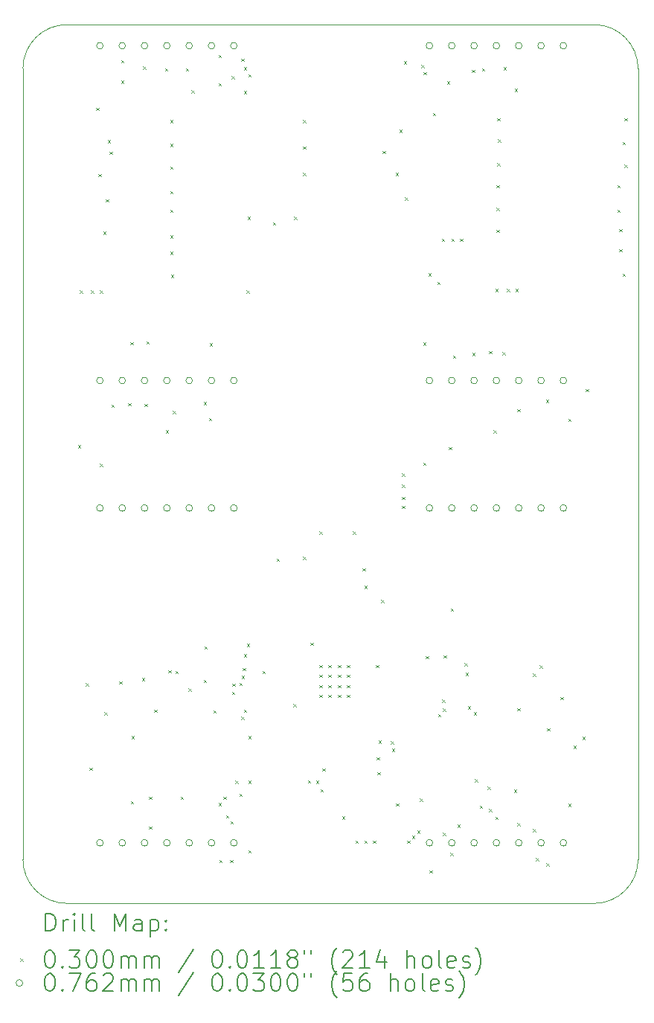
<source format=gbr>
%TF.GenerationSoftware,KiCad,Pcbnew,8.0.5*%
%TF.CreationDate,2025-02-27T20:45:03-08:00*%
%TF.ProjectId,ledaray,6c656461-7261-4792-9e6b-696361645f70,rev?*%
%TF.SameCoordinates,Original*%
%TF.FileFunction,Drillmap*%
%TF.FilePolarity,Positive*%
%FSLAX45Y45*%
G04 Gerber Fmt 4.5, Leading zero omitted, Abs format (unit mm)*
G04 Created by KiCad (PCBNEW 8.0.5) date 2025-02-27 20:45:03*
%MOMM*%
%LPD*%
G01*
G04 APERTURE LIST*
%ADD10C,0.050000*%
%ADD11C,0.200000*%
%ADD12C,0.100000*%
G04 APERTURE END LIST*
D10*
X7500000Y-14000000D02*
X13500000Y-14000000D01*
X14000000Y-13500000D02*
G75*
G02*
X13500000Y-14000000I-500000J0D01*
G01*
X7000000Y-4500000D02*
X7000000Y-13500000D01*
X7000000Y-4500000D02*
G75*
G02*
X7500000Y-4000000I500000J0D01*
G01*
X7500000Y-14000000D02*
G75*
G02*
X7000000Y-13500000I0J500000D01*
G01*
X13500000Y-4000000D02*
G75*
G02*
X14000000Y-4500000I0J-500000D01*
G01*
X7500000Y-4000000D02*
X13500000Y-4000000D01*
X14000000Y-4500000D02*
X14000000Y-13500000D01*
D11*
D12*
X7625000Y-8785000D02*
X7655000Y-8815000D01*
X7655000Y-8785000D02*
X7625000Y-8815000D01*
X7645000Y-7025000D02*
X7675000Y-7055000D01*
X7675000Y-7025000D02*
X7645000Y-7055000D01*
X7715000Y-11495000D02*
X7745000Y-11525000D01*
X7745000Y-11495000D02*
X7715000Y-11525000D01*
X7755000Y-12455000D02*
X7785000Y-12485000D01*
X7785000Y-12455000D02*
X7755000Y-12485000D01*
X7775000Y-7025000D02*
X7805000Y-7055000D01*
X7805000Y-7025000D02*
X7775000Y-7055000D01*
X7835000Y-4945000D02*
X7865000Y-4975000D01*
X7865000Y-4945000D02*
X7835000Y-4975000D01*
X7859000Y-5700000D02*
X7889000Y-5730000D01*
X7889000Y-5700000D02*
X7859000Y-5730000D01*
X7875000Y-7025000D02*
X7905000Y-7055000D01*
X7905000Y-7025000D02*
X7875000Y-7055000D01*
X7875000Y-8995000D02*
X7905000Y-9025000D01*
X7905000Y-8995000D02*
X7875000Y-9025000D01*
X7915000Y-6355000D02*
X7945000Y-6385000D01*
X7945000Y-6355000D02*
X7915000Y-6385000D01*
X7925000Y-11825000D02*
X7955000Y-11855000D01*
X7955000Y-11825000D02*
X7925000Y-11855000D01*
X7945000Y-5985000D02*
X7975000Y-6015000D01*
X7975000Y-5985000D02*
X7945000Y-6015000D01*
X7965000Y-5315000D02*
X7995000Y-5345000D01*
X7995000Y-5315000D02*
X7965000Y-5345000D01*
X7986000Y-5446000D02*
X8016000Y-5476000D01*
X8016000Y-5446000D02*
X7986000Y-5476000D01*
X8005000Y-8325000D02*
X8035000Y-8355000D01*
X8035000Y-8325000D02*
X8005000Y-8355000D01*
X8095000Y-11474048D02*
X8125000Y-11504048D01*
X8125000Y-11474048D02*
X8095000Y-11504048D01*
X8115000Y-4405000D02*
X8145000Y-4435000D01*
X8145000Y-4405000D02*
X8115000Y-4435000D01*
X8115000Y-4635000D02*
X8145000Y-4665000D01*
X8145000Y-4635000D02*
X8115000Y-4665000D01*
X8195000Y-8305000D02*
X8225000Y-8335000D01*
X8225000Y-8305000D02*
X8195000Y-8335000D01*
X8223867Y-7613867D02*
X8253867Y-7643867D01*
X8253867Y-7613867D02*
X8223867Y-7643867D01*
X8225000Y-12835000D02*
X8255000Y-12865000D01*
X8255000Y-12835000D02*
X8225000Y-12865000D01*
X8235000Y-12095000D02*
X8265000Y-12125000D01*
X8265000Y-12095000D02*
X8235000Y-12125000D01*
X8355000Y-11435000D02*
X8385000Y-11465000D01*
X8385000Y-11435000D02*
X8355000Y-11465000D01*
X8365000Y-4475000D02*
X8395000Y-4505000D01*
X8395000Y-4475000D02*
X8365000Y-4505000D01*
X8385000Y-8315000D02*
X8415000Y-8345000D01*
X8415000Y-8315000D02*
X8385000Y-8345000D01*
X8405000Y-7605000D02*
X8435000Y-7635000D01*
X8435000Y-7605000D02*
X8405000Y-7635000D01*
X8435000Y-12785000D02*
X8465000Y-12815000D01*
X8465000Y-12785000D02*
X8435000Y-12815000D01*
X8435000Y-13125000D02*
X8465000Y-13155000D01*
X8465000Y-13125000D02*
X8435000Y-13155000D01*
X8495000Y-11795000D02*
X8525000Y-11825000D01*
X8525000Y-11795000D02*
X8495000Y-11825000D01*
X8615000Y-4495000D02*
X8645000Y-4525000D01*
X8645000Y-4495000D02*
X8615000Y-4525000D01*
X8625000Y-8615000D02*
X8655000Y-8645000D01*
X8655000Y-8615000D02*
X8625000Y-8645000D01*
X8655000Y-11345000D02*
X8685000Y-11375000D01*
X8685000Y-11345000D02*
X8655000Y-11375000D01*
X8675000Y-5085000D02*
X8705000Y-5115000D01*
X8705000Y-5085000D02*
X8675000Y-5115000D01*
X8675000Y-5355000D02*
X8705000Y-5385000D01*
X8705000Y-5355000D02*
X8675000Y-5385000D01*
X8675000Y-5615000D02*
X8705000Y-5645000D01*
X8705000Y-5615000D02*
X8675000Y-5645000D01*
X8675000Y-5895000D02*
X8705000Y-5925000D01*
X8705000Y-5895000D02*
X8675000Y-5925000D01*
X8675000Y-6105000D02*
X8705000Y-6135000D01*
X8705000Y-6105000D02*
X8675000Y-6135000D01*
X8675000Y-6395000D02*
X8705000Y-6425000D01*
X8705000Y-6395000D02*
X8675000Y-6425000D01*
X8675000Y-6585000D02*
X8705000Y-6615000D01*
X8705000Y-6585000D02*
X8675000Y-6615000D01*
X8685000Y-6845000D02*
X8715000Y-6875000D01*
X8715000Y-6845000D02*
X8685000Y-6875000D01*
X8705000Y-8395000D02*
X8735000Y-8425000D01*
X8735000Y-8395000D02*
X8705000Y-8425000D01*
X8735000Y-11352566D02*
X8765000Y-11382566D01*
X8765000Y-11352566D02*
X8735000Y-11382566D01*
X8795000Y-12785000D02*
X8825000Y-12815000D01*
X8825000Y-12785000D02*
X8795000Y-12815000D01*
X8855000Y-4495000D02*
X8885000Y-4525000D01*
X8885000Y-4495000D02*
X8855000Y-4525000D01*
X8885000Y-11555000D02*
X8915000Y-11585000D01*
X8915000Y-11555000D02*
X8885000Y-11585000D01*
X8915000Y-4745000D02*
X8945000Y-4775000D01*
X8945000Y-4745000D02*
X8915000Y-4775000D01*
X9055000Y-11455000D02*
X9085000Y-11485000D01*
X9085000Y-11455000D02*
X9055000Y-11485000D01*
X9058200Y-8295000D02*
X9088200Y-8325000D01*
X9088200Y-8295000D02*
X9058200Y-8325000D01*
X9065000Y-11075000D02*
X9095000Y-11105000D01*
X9095000Y-11075000D02*
X9065000Y-11105000D01*
X9115000Y-8475000D02*
X9145000Y-8505000D01*
X9145000Y-8475000D02*
X9115000Y-8505000D01*
X9125000Y-7625000D02*
X9155000Y-7655000D01*
X9155000Y-7625000D02*
X9125000Y-7655000D01*
X9165162Y-11805000D02*
X9195162Y-11835000D01*
X9195162Y-11805000D02*
X9165162Y-11835000D01*
X9225000Y-4345000D02*
X9255000Y-4375000D01*
X9255000Y-4345000D02*
X9225000Y-4375000D01*
X9225000Y-4665000D02*
X9255000Y-4695000D01*
X9255000Y-4665000D02*
X9225000Y-4695000D01*
X9225020Y-12855000D02*
X9255020Y-12885000D01*
X9255020Y-12855000D02*
X9225020Y-12885000D01*
X9235000Y-13505000D02*
X9265000Y-13535000D01*
X9265000Y-13505000D02*
X9235000Y-13535000D01*
X9281551Y-12785000D02*
X9311551Y-12815000D01*
X9311551Y-12785000D02*
X9281551Y-12815000D01*
X9310566Y-12995586D02*
X9340566Y-13025586D01*
X9340566Y-12995586D02*
X9310566Y-13025586D01*
X9357478Y-13505000D02*
X9387478Y-13535000D01*
X9387478Y-13505000D02*
X9357478Y-13535000D01*
X9359625Y-13065000D02*
X9389625Y-13095000D01*
X9389625Y-13065000D02*
X9359625Y-13095000D01*
X9375000Y-4585000D02*
X9405000Y-4615000D01*
X9405000Y-4585000D02*
X9375000Y-4615000D01*
X9379993Y-11590007D02*
X9409993Y-11620007D01*
X9409993Y-11590007D02*
X9379993Y-11620007D01*
X9380955Y-11499045D02*
X9410955Y-11529045D01*
X9410955Y-11499045D02*
X9380955Y-11529045D01*
X9415000Y-12605000D02*
X9445000Y-12635000D01*
X9445000Y-12605000D02*
X9415000Y-12635000D01*
X9461271Y-12749661D02*
X9491271Y-12779661D01*
X9491271Y-12749661D02*
X9461271Y-12779661D01*
X9464642Y-11490809D02*
X9494642Y-11520809D01*
X9494642Y-11490809D02*
X9464642Y-11520809D01*
X9485000Y-4385000D02*
X9515000Y-4415000D01*
X9515000Y-4385000D02*
X9485000Y-4415000D01*
X9485000Y-11875000D02*
X9515000Y-11905000D01*
X9515000Y-11875000D02*
X9485000Y-11905000D01*
X9489584Y-11409551D02*
X9519584Y-11439551D01*
X9519584Y-11409551D02*
X9489584Y-11439551D01*
X9500173Y-11321144D02*
X9530173Y-11351144D01*
X9530173Y-11321144D02*
X9500173Y-11351144D01*
X9515000Y-4485000D02*
X9545000Y-4515000D01*
X9545000Y-4485000D02*
X9515000Y-4515000D01*
X9515000Y-4755000D02*
X9545000Y-4785000D01*
X9545000Y-4755000D02*
X9515000Y-4785000D01*
X9515000Y-11165000D02*
X9545000Y-11195000D01*
X9545000Y-11165000D02*
X9515000Y-11195000D01*
X9515000Y-11795000D02*
X9545000Y-11825000D01*
X9545000Y-11795000D02*
X9515000Y-11825000D01*
X9545000Y-7025000D02*
X9575000Y-7055000D01*
X9575000Y-7025000D02*
X9545000Y-7055000D01*
X9545962Y-11045962D02*
X9575962Y-11075962D01*
X9575962Y-11045962D02*
X9545962Y-11075962D01*
X9555000Y-6185000D02*
X9585000Y-6215000D01*
X9585000Y-6185000D02*
X9555000Y-6215000D01*
X9565000Y-4565000D02*
X9595000Y-4595000D01*
X9595000Y-4565000D02*
X9565000Y-4595000D01*
X9565000Y-12095000D02*
X9595000Y-12125000D01*
X9595000Y-12095000D02*
X9565000Y-12125000D01*
X9565000Y-12605000D02*
X9595000Y-12635000D01*
X9595000Y-12605000D02*
X9565000Y-12635000D01*
X9565000Y-13395000D02*
X9595000Y-13425000D01*
X9595000Y-13395000D02*
X9565000Y-13425000D01*
X9725000Y-11355000D02*
X9755000Y-11385000D01*
X9755000Y-11355000D02*
X9725000Y-11385000D01*
X9845000Y-6250000D02*
X9875000Y-6280000D01*
X9875000Y-6250000D02*
X9845000Y-6280000D01*
X9885000Y-10075000D02*
X9915000Y-10105000D01*
X9915000Y-10075000D02*
X9885000Y-10105000D01*
X10077616Y-11729938D02*
X10107616Y-11759938D01*
X10107616Y-11729938D02*
X10077616Y-11759938D01*
X10085000Y-6185000D02*
X10115000Y-6215000D01*
X10115000Y-6185000D02*
X10085000Y-6215000D01*
X10185000Y-5085000D02*
X10215000Y-5115000D01*
X10215000Y-5085000D02*
X10185000Y-5115000D01*
X10185000Y-5385000D02*
X10215000Y-5415000D01*
X10215000Y-5385000D02*
X10185000Y-5415000D01*
X10185000Y-5685000D02*
X10215000Y-5715000D01*
X10215000Y-5685000D02*
X10185000Y-5715000D01*
X10185000Y-10055000D02*
X10215000Y-10085000D01*
X10215000Y-10055000D02*
X10185000Y-10085000D01*
X10240731Y-12600731D02*
X10270731Y-12630731D01*
X10270731Y-12600731D02*
X10240731Y-12630731D01*
X10272500Y-11031250D02*
X10302500Y-11061250D01*
X10302500Y-11031250D02*
X10272500Y-11061250D01*
X10335459Y-12604999D02*
X10365459Y-12634999D01*
X10365459Y-12604999D02*
X10335459Y-12634999D01*
X10375000Y-9765000D02*
X10405000Y-9795000D01*
X10405000Y-9765000D02*
X10375000Y-9795000D01*
X10375000Y-11285000D02*
X10405000Y-11315000D01*
X10405000Y-11285000D02*
X10375000Y-11315000D01*
X10375000Y-11395000D02*
X10405000Y-11425000D01*
X10405000Y-11395000D02*
X10375000Y-11425000D01*
X10375000Y-11515000D02*
X10405000Y-11545000D01*
X10405000Y-11515000D02*
X10375000Y-11545000D01*
X10375000Y-11625000D02*
X10405000Y-11655000D01*
X10405000Y-11625000D02*
X10375000Y-11655000D01*
X10385000Y-12700000D02*
X10415000Y-12730000D01*
X10415000Y-12700000D02*
X10385000Y-12730000D01*
X10405000Y-12465000D02*
X10435000Y-12495000D01*
X10435000Y-12465000D02*
X10405000Y-12495000D01*
X10475000Y-11285000D02*
X10505000Y-11315000D01*
X10505000Y-11285000D02*
X10475000Y-11315000D01*
X10475000Y-11395000D02*
X10505000Y-11425000D01*
X10505000Y-11395000D02*
X10475000Y-11425000D01*
X10475000Y-11515000D02*
X10505000Y-11545000D01*
X10505000Y-11515000D02*
X10475000Y-11545000D01*
X10475000Y-11625000D02*
X10505000Y-11655000D01*
X10505000Y-11625000D02*
X10475000Y-11655000D01*
X10585000Y-11285000D02*
X10615000Y-11315000D01*
X10615000Y-11285000D02*
X10585000Y-11315000D01*
X10585000Y-11395000D02*
X10615000Y-11425000D01*
X10615000Y-11395000D02*
X10585000Y-11425000D01*
X10585000Y-11515000D02*
X10615000Y-11545000D01*
X10615000Y-11515000D02*
X10585000Y-11545000D01*
X10585000Y-11625000D02*
X10615000Y-11655000D01*
X10615000Y-11625000D02*
X10585000Y-11655000D01*
X10631271Y-13010000D02*
X10661271Y-13040000D01*
X10661271Y-13010000D02*
X10631271Y-13040000D01*
X10685000Y-11285000D02*
X10715000Y-11315000D01*
X10715000Y-11285000D02*
X10685000Y-11315000D01*
X10685000Y-11395000D02*
X10715000Y-11425000D01*
X10715000Y-11395000D02*
X10685000Y-11425000D01*
X10685000Y-11515000D02*
X10715000Y-11545000D01*
X10715000Y-11515000D02*
X10685000Y-11545000D01*
X10685000Y-11625000D02*
X10715000Y-11655000D01*
X10715000Y-11625000D02*
X10685000Y-11655000D01*
X10755000Y-9765000D02*
X10785000Y-9795000D01*
X10785000Y-9765000D02*
X10755000Y-9795000D01*
X10785000Y-13285000D02*
X10815000Y-13315000D01*
X10815000Y-13285000D02*
X10785000Y-13315000D01*
X10865000Y-10185000D02*
X10895000Y-10215000D01*
X10895000Y-10185000D02*
X10865000Y-10215000D01*
X10885000Y-10385000D02*
X10915000Y-10415000D01*
X10915000Y-10385000D02*
X10885000Y-10415000D01*
X10885000Y-13285000D02*
X10915000Y-13315000D01*
X10915000Y-13285000D02*
X10885000Y-13315000D01*
X10985000Y-13285000D02*
X11015000Y-13315000D01*
X11015000Y-13285000D02*
X10985000Y-13315000D01*
X11015000Y-11287500D02*
X11045000Y-11317500D01*
X11045000Y-11287500D02*
X11015000Y-11317500D01*
X11025000Y-12335000D02*
X11055000Y-12365000D01*
X11055000Y-12335000D02*
X11025000Y-12365000D01*
X11035000Y-12505000D02*
X11065000Y-12535000D01*
X11065000Y-12505000D02*
X11035000Y-12535000D01*
X11045000Y-12145000D02*
X11075000Y-12175000D01*
X11075000Y-12145000D02*
X11045000Y-12175000D01*
X11075000Y-10545000D02*
X11105000Y-10575000D01*
X11105000Y-10545000D02*
X11075000Y-10575000D01*
X11095000Y-5435000D02*
X11125000Y-5465000D01*
X11125000Y-5435000D02*
X11095000Y-5465000D01*
X11185000Y-12155000D02*
X11215000Y-12185000D01*
X11215000Y-12155000D02*
X11185000Y-12185000D01*
X11199328Y-12238784D02*
X11229328Y-12268784D01*
X11229328Y-12238784D02*
X11199328Y-12268784D01*
X11241009Y-5685000D02*
X11271009Y-5715000D01*
X11271009Y-5685000D02*
X11241009Y-5715000D01*
X11245000Y-12860000D02*
X11275000Y-12890000D01*
X11275000Y-12860000D02*
X11245000Y-12890000D01*
X11285000Y-5195000D02*
X11315000Y-5225000D01*
X11315000Y-5195000D02*
X11285000Y-5225000D01*
X11315000Y-9105000D02*
X11345000Y-9135000D01*
X11345000Y-9105000D02*
X11315000Y-9135000D01*
X11315000Y-9235001D02*
X11345000Y-9265001D01*
X11345000Y-9235001D02*
X11315000Y-9265001D01*
X11315000Y-9375000D02*
X11345000Y-9405000D01*
X11345000Y-9375000D02*
X11315000Y-9405000D01*
X11315000Y-9475000D02*
X11345000Y-9505000D01*
X11345000Y-9475000D02*
X11315000Y-9505000D01*
X11335000Y-4415000D02*
X11365000Y-4445000D01*
X11365000Y-4415000D02*
X11335000Y-4445000D01*
X11345000Y-5965000D02*
X11375000Y-5995000D01*
X11375000Y-5965000D02*
X11345000Y-5995000D01*
X11370000Y-13285000D02*
X11400000Y-13315000D01*
X11400000Y-13285000D02*
X11370000Y-13315000D01*
X11427500Y-13227500D02*
X11457500Y-13257500D01*
X11457500Y-13227500D02*
X11427500Y-13257500D01*
X11485000Y-13170000D02*
X11515000Y-13200000D01*
X11515000Y-13170000D02*
X11485000Y-13200000D01*
X11515000Y-12805000D02*
X11545000Y-12835000D01*
X11545000Y-12805000D02*
X11515000Y-12835000D01*
X11533265Y-4459652D02*
X11563265Y-4489652D01*
X11563265Y-4459652D02*
X11533265Y-4489652D01*
X11555000Y-7615000D02*
X11585000Y-7645000D01*
X11585000Y-7615000D02*
X11555000Y-7645000D01*
X11555000Y-8985000D02*
X11585000Y-9015000D01*
X11585000Y-8985000D02*
X11555000Y-9015000D01*
X11559497Y-4540503D02*
X11589497Y-4570503D01*
X11589497Y-4540503D02*
X11559497Y-4570503D01*
X11584999Y-11185000D02*
X11614999Y-11215000D01*
X11614999Y-11185000D02*
X11584999Y-11215000D01*
X11615000Y-6826798D02*
X11645000Y-6856798D01*
X11645000Y-6826798D02*
X11615000Y-6856798D01*
X11625000Y-13625000D02*
X11655000Y-13655000D01*
X11655000Y-13625000D02*
X11625000Y-13655000D01*
X11665000Y-5005000D02*
X11695000Y-5035000D01*
X11695000Y-5005000D02*
X11665000Y-5035000D01*
X11714101Y-6925899D02*
X11744101Y-6955899D01*
X11744101Y-6925899D02*
X11714101Y-6955899D01*
X11725000Y-11845000D02*
X11755000Y-11875000D01*
X11755000Y-11845000D02*
X11725000Y-11875000D01*
X11765000Y-6435000D02*
X11795000Y-6465000D01*
X11795000Y-6435000D02*
X11765000Y-6465000D01*
X11768125Y-11678054D02*
X11798125Y-11708054D01*
X11798125Y-11678054D02*
X11768125Y-11708054D01*
X11778060Y-11779913D02*
X11808060Y-11809913D01*
X11808060Y-11779913D02*
X11778060Y-11809913D01*
X11779553Y-13195877D02*
X11809553Y-13225877D01*
X11809553Y-13195877D02*
X11779553Y-13225877D01*
X11785000Y-11175000D02*
X11815000Y-11205000D01*
X11815000Y-11175000D02*
X11785000Y-11205000D01*
X11825000Y-4645000D02*
X11855000Y-4675000D01*
X11855000Y-4645000D02*
X11825000Y-4675000D01*
X11845000Y-8805000D02*
X11875000Y-8835000D01*
X11875000Y-8805000D02*
X11845000Y-8835000D01*
X11865000Y-13425000D02*
X11895000Y-13455000D01*
X11895000Y-13425000D02*
X11865000Y-13455000D01*
X11867500Y-10645000D02*
X11897500Y-10675000D01*
X11897500Y-10645000D02*
X11867500Y-10675000D01*
X11875000Y-6435000D02*
X11905000Y-6465000D01*
X11905000Y-6435000D02*
X11875000Y-6465000D01*
X11894497Y-7764497D02*
X11924497Y-7794497D01*
X11924497Y-7764497D02*
X11894497Y-7794497D01*
X11945000Y-13105000D02*
X11975000Y-13135000D01*
X11975000Y-13105000D02*
X11945000Y-13135000D01*
X11975000Y-6435000D02*
X12005000Y-6465000D01*
X12005000Y-6435000D02*
X11975000Y-6465000D01*
X12025000Y-11265000D02*
X12055000Y-11295000D01*
X12055000Y-11265000D02*
X12025000Y-11295000D01*
X12035000Y-11375000D02*
X12065000Y-11405000D01*
X12065000Y-11375000D02*
X12035000Y-11405000D01*
X12061601Y-11756814D02*
X12091601Y-11786814D01*
X12091601Y-11756814D02*
X12061601Y-11786814D01*
X12109352Y-4511653D02*
X12139352Y-4541653D01*
X12139352Y-4511653D02*
X12109352Y-4541653D01*
X12112800Y-7735000D02*
X12142800Y-7765000D01*
X12142800Y-7735000D02*
X12112800Y-7765000D01*
X12131601Y-11825000D02*
X12161601Y-11855000D01*
X12161601Y-11825000D02*
X12131601Y-11855000D01*
X12145000Y-12585000D02*
X12175000Y-12615000D01*
X12175000Y-12585000D02*
X12145000Y-12615000D01*
X12198284Y-12887279D02*
X12228284Y-12917279D01*
X12228284Y-12887279D02*
X12198284Y-12917279D01*
X12225000Y-4495000D02*
X12255000Y-4525000D01*
X12255000Y-4495000D02*
X12225000Y-4525000D01*
X12285000Y-12672424D02*
X12315000Y-12702424D01*
X12315000Y-12672424D02*
X12285000Y-12702424D01*
X12303000Y-12925000D02*
X12333000Y-12955000D01*
X12333000Y-12925000D02*
X12303000Y-12955000D01*
X12305000Y-7715000D02*
X12335000Y-7745000D01*
X12335000Y-7715000D02*
X12305000Y-7745000D01*
X12355000Y-8615000D02*
X12385000Y-8645000D01*
X12385000Y-8615000D02*
X12355000Y-8645000D01*
X12375000Y-7005000D02*
X12405000Y-7035000D01*
X12405000Y-7005000D02*
X12375000Y-7035000D01*
X12375000Y-13015000D02*
X12405000Y-13045000D01*
X12405000Y-13015000D02*
X12375000Y-13045000D01*
X12390000Y-5825000D02*
X12420000Y-5855000D01*
X12420000Y-5825000D02*
X12390000Y-5855000D01*
X12390000Y-6085000D02*
X12420000Y-6115000D01*
X12420000Y-6085000D02*
X12390000Y-6115000D01*
X12390000Y-6335000D02*
X12420000Y-6365000D01*
X12420000Y-6335000D02*
X12390000Y-6365000D01*
X12395000Y-5065000D02*
X12425000Y-5095000D01*
X12425000Y-5065000D02*
X12395000Y-5095000D01*
X12395000Y-5575000D02*
X12425000Y-5605000D01*
X12425000Y-5575000D02*
X12395000Y-5605000D01*
X12405000Y-5305000D02*
X12435000Y-5335000D01*
X12435000Y-5305000D02*
X12405000Y-5335000D01*
X12455000Y-7725000D02*
X12485000Y-7755000D01*
X12485000Y-7725000D02*
X12455000Y-7755000D01*
X12468241Y-4485428D02*
X12498241Y-4515428D01*
X12498241Y-4485428D02*
X12468241Y-4515428D01*
X12505000Y-7005000D02*
X12535000Y-7035000D01*
X12535000Y-7005000D02*
X12505000Y-7035000D01*
X12585502Y-12705502D02*
X12615502Y-12735502D01*
X12615502Y-12705502D02*
X12585502Y-12735502D01*
X12595000Y-4728195D02*
X12625000Y-4758195D01*
X12625000Y-4728195D02*
X12595000Y-4758195D01*
X12605000Y-7005000D02*
X12635000Y-7035000D01*
X12635000Y-7005000D02*
X12605000Y-7035000D01*
X12625000Y-8375000D02*
X12655000Y-8405000D01*
X12655000Y-8375000D02*
X12625000Y-8405000D01*
X12625000Y-11775859D02*
X12655000Y-11805859D01*
X12655000Y-11775859D02*
X12625000Y-11805859D01*
X12625000Y-13085000D02*
X12655000Y-13115000D01*
X12655000Y-13085000D02*
X12625000Y-13115000D01*
X12805000Y-11385000D02*
X12835000Y-11415000D01*
X12835000Y-11385000D02*
X12805000Y-11415000D01*
X12805000Y-13155000D02*
X12835000Y-13185000D01*
X12835000Y-13155000D02*
X12805000Y-13185000D01*
X12835000Y-13485000D02*
X12865000Y-13515000D01*
X12865000Y-13485000D02*
X12835000Y-13515000D01*
X12881000Y-11289000D02*
X12911000Y-11319000D01*
X12911000Y-11289000D02*
X12881000Y-11319000D01*
X12951000Y-8269857D02*
X12981000Y-8299857D01*
X12981000Y-8269857D02*
X12951000Y-8299857D01*
X12955000Y-13545000D02*
X12985000Y-13575000D01*
X12985000Y-13545000D02*
X12955000Y-13575000D01*
X12965000Y-12005000D02*
X12995000Y-12035000D01*
X12995000Y-12005000D02*
X12965000Y-12035000D01*
X13115000Y-11649497D02*
X13145000Y-11679497D01*
X13145000Y-11649497D02*
X13115000Y-11679497D01*
X13205000Y-8485000D02*
X13235000Y-8515000D01*
X13235000Y-8485000D02*
X13205000Y-8515000D01*
X13205000Y-12865000D02*
X13235000Y-12895000D01*
X13235000Y-12865000D02*
X13205000Y-12895000D01*
X13265025Y-12205000D02*
X13295025Y-12235000D01*
X13295025Y-12205000D02*
X13265025Y-12235000D01*
X13365000Y-12105000D02*
X13395000Y-12135000D01*
X13395000Y-12105000D02*
X13365000Y-12135000D01*
X13405000Y-8145000D02*
X13435000Y-8175000D01*
X13435000Y-8145000D02*
X13405000Y-8175000D01*
X13765000Y-5825000D02*
X13795000Y-5855000D01*
X13795000Y-5825000D02*
X13765000Y-5855000D01*
X13765000Y-6105000D02*
X13795000Y-6135000D01*
X13795000Y-6105000D02*
X13765000Y-6135000D01*
X13785000Y-6325000D02*
X13815000Y-6355000D01*
X13815000Y-6325000D02*
X13785000Y-6355000D01*
X13785000Y-6555000D02*
X13815000Y-6585000D01*
X13815000Y-6555000D02*
X13785000Y-6585000D01*
X13825000Y-5335000D02*
X13855000Y-5365000D01*
X13855000Y-5335000D02*
X13825000Y-5365000D01*
X13825000Y-6835000D02*
X13855000Y-6865000D01*
X13855000Y-6835000D02*
X13825000Y-6865000D01*
X13845000Y-5065000D02*
X13875000Y-5095000D01*
X13875000Y-5065000D02*
X13845000Y-5095000D01*
X13845000Y-5595000D02*
X13875000Y-5625000D01*
X13875000Y-5595000D02*
X13845000Y-5625000D01*
X7914100Y-4240000D02*
G75*
G02*
X7837900Y-4240000I-38100J0D01*
G01*
X7837900Y-4240000D02*
G75*
G02*
X7914100Y-4240000I38100J0D01*
G01*
X7914100Y-8050000D02*
G75*
G02*
X7837900Y-8050000I-38100J0D01*
G01*
X7837900Y-8050000D02*
G75*
G02*
X7914100Y-8050000I38100J0D01*
G01*
X7914100Y-9500000D02*
G75*
G02*
X7837900Y-9500000I-38100J0D01*
G01*
X7837900Y-9500000D02*
G75*
G02*
X7914100Y-9500000I38100J0D01*
G01*
X7914100Y-13310000D02*
G75*
G02*
X7837900Y-13310000I-38100J0D01*
G01*
X7837900Y-13310000D02*
G75*
G02*
X7914100Y-13310000I38100J0D01*
G01*
X8168100Y-4240000D02*
G75*
G02*
X8091900Y-4240000I-38100J0D01*
G01*
X8091900Y-4240000D02*
G75*
G02*
X8168100Y-4240000I38100J0D01*
G01*
X8168100Y-8050000D02*
G75*
G02*
X8091900Y-8050000I-38100J0D01*
G01*
X8091900Y-8050000D02*
G75*
G02*
X8168100Y-8050000I38100J0D01*
G01*
X8168100Y-9500000D02*
G75*
G02*
X8091900Y-9500000I-38100J0D01*
G01*
X8091900Y-9500000D02*
G75*
G02*
X8168100Y-9500000I38100J0D01*
G01*
X8168100Y-13310000D02*
G75*
G02*
X8091900Y-13310000I-38100J0D01*
G01*
X8091900Y-13310000D02*
G75*
G02*
X8168100Y-13310000I38100J0D01*
G01*
X8422100Y-4240000D02*
G75*
G02*
X8345900Y-4240000I-38100J0D01*
G01*
X8345900Y-4240000D02*
G75*
G02*
X8422100Y-4240000I38100J0D01*
G01*
X8422100Y-8050000D02*
G75*
G02*
X8345900Y-8050000I-38100J0D01*
G01*
X8345900Y-8050000D02*
G75*
G02*
X8422100Y-8050000I38100J0D01*
G01*
X8422100Y-9500000D02*
G75*
G02*
X8345900Y-9500000I-38100J0D01*
G01*
X8345900Y-9500000D02*
G75*
G02*
X8422100Y-9500000I38100J0D01*
G01*
X8422100Y-13310000D02*
G75*
G02*
X8345900Y-13310000I-38100J0D01*
G01*
X8345900Y-13310000D02*
G75*
G02*
X8422100Y-13310000I38100J0D01*
G01*
X8676100Y-4240000D02*
G75*
G02*
X8599900Y-4240000I-38100J0D01*
G01*
X8599900Y-4240000D02*
G75*
G02*
X8676100Y-4240000I38100J0D01*
G01*
X8676100Y-8050000D02*
G75*
G02*
X8599900Y-8050000I-38100J0D01*
G01*
X8599900Y-8050000D02*
G75*
G02*
X8676100Y-8050000I38100J0D01*
G01*
X8676100Y-9500000D02*
G75*
G02*
X8599900Y-9500000I-38100J0D01*
G01*
X8599900Y-9500000D02*
G75*
G02*
X8676100Y-9500000I38100J0D01*
G01*
X8676100Y-13310000D02*
G75*
G02*
X8599900Y-13310000I-38100J0D01*
G01*
X8599900Y-13310000D02*
G75*
G02*
X8676100Y-13310000I38100J0D01*
G01*
X8930100Y-4240000D02*
G75*
G02*
X8853900Y-4240000I-38100J0D01*
G01*
X8853900Y-4240000D02*
G75*
G02*
X8930100Y-4240000I38100J0D01*
G01*
X8930100Y-8050000D02*
G75*
G02*
X8853900Y-8050000I-38100J0D01*
G01*
X8853900Y-8050000D02*
G75*
G02*
X8930100Y-8050000I38100J0D01*
G01*
X8930100Y-9500000D02*
G75*
G02*
X8853900Y-9500000I-38100J0D01*
G01*
X8853900Y-9500000D02*
G75*
G02*
X8930100Y-9500000I38100J0D01*
G01*
X8930100Y-13310000D02*
G75*
G02*
X8853900Y-13310000I-38100J0D01*
G01*
X8853900Y-13310000D02*
G75*
G02*
X8930100Y-13310000I38100J0D01*
G01*
X9184100Y-4240000D02*
G75*
G02*
X9107900Y-4240000I-38100J0D01*
G01*
X9107900Y-4240000D02*
G75*
G02*
X9184100Y-4240000I38100J0D01*
G01*
X9184100Y-8050000D02*
G75*
G02*
X9107900Y-8050000I-38100J0D01*
G01*
X9107900Y-8050000D02*
G75*
G02*
X9184100Y-8050000I38100J0D01*
G01*
X9184100Y-9500000D02*
G75*
G02*
X9107900Y-9500000I-38100J0D01*
G01*
X9107900Y-9500000D02*
G75*
G02*
X9184100Y-9500000I38100J0D01*
G01*
X9184100Y-13310000D02*
G75*
G02*
X9107900Y-13310000I-38100J0D01*
G01*
X9107900Y-13310000D02*
G75*
G02*
X9184100Y-13310000I38100J0D01*
G01*
X9438100Y-4240000D02*
G75*
G02*
X9361900Y-4240000I-38100J0D01*
G01*
X9361900Y-4240000D02*
G75*
G02*
X9438100Y-4240000I38100J0D01*
G01*
X9438100Y-8050000D02*
G75*
G02*
X9361900Y-8050000I-38100J0D01*
G01*
X9361900Y-8050000D02*
G75*
G02*
X9438100Y-8050000I38100J0D01*
G01*
X9438100Y-9500000D02*
G75*
G02*
X9361900Y-9500000I-38100J0D01*
G01*
X9361900Y-9500000D02*
G75*
G02*
X9438100Y-9500000I38100J0D01*
G01*
X9438100Y-13310000D02*
G75*
G02*
X9361900Y-13310000I-38100J0D01*
G01*
X9361900Y-13310000D02*
G75*
G02*
X9438100Y-13310000I38100J0D01*
G01*
X11664100Y-4240000D02*
G75*
G02*
X11587900Y-4240000I-38100J0D01*
G01*
X11587900Y-4240000D02*
G75*
G02*
X11664100Y-4240000I38100J0D01*
G01*
X11664100Y-8050000D02*
G75*
G02*
X11587900Y-8050000I-38100J0D01*
G01*
X11587900Y-8050000D02*
G75*
G02*
X11664100Y-8050000I38100J0D01*
G01*
X11664100Y-9500000D02*
G75*
G02*
X11587900Y-9500000I-38100J0D01*
G01*
X11587900Y-9500000D02*
G75*
G02*
X11664100Y-9500000I38100J0D01*
G01*
X11664100Y-13310000D02*
G75*
G02*
X11587900Y-13310000I-38100J0D01*
G01*
X11587900Y-13310000D02*
G75*
G02*
X11664100Y-13310000I38100J0D01*
G01*
X11918100Y-4240000D02*
G75*
G02*
X11841900Y-4240000I-38100J0D01*
G01*
X11841900Y-4240000D02*
G75*
G02*
X11918100Y-4240000I38100J0D01*
G01*
X11918100Y-8050000D02*
G75*
G02*
X11841900Y-8050000I-38100J0D01*
G01*
X11841900Y-8050000D02*
G75*
G02*
X11918100Y-8050000I38100J0D01*
G01*
X11918100Y-9500000D02*
G75*
G02*
X11841900Y-9500000I-38100J0D01*
G01*
X11841900Y-9500000D02*
G75*
G02*
X11918100Y-9500000I38100J0D01*
G01*
X11918100Y-13310000D02*
G75*
G02*
X11841900Y-13310000I-38100J0D01*
G01*
X11841900Y-13310000D02*
G75*
G02*
X11918100Y-13310000I38100J0D01*
G01*
X12172100Y-4240000D02*
G75*
G02*
X12095900Y-4240000I-38100J0D01*
G01*
X12095900Y-4240000D02*
G75*
G02*
X12172100Y-4240000I38100J0D01*
G01*
X12172100Y-8050000D02*
G75*
G02*
X12095900Y-8050000I-38100J0D01*
G01*
X12095900Y-8050000D02*
G75*
G02*
X12172100Y-8050000I38100J0D01*
G01*
X12172100Y-9500000D02*
G75*
G02*
X12095900Y-9500000I-38100J0D01*
G01*
X12095900Y-9500000D02*
G75*
G02*
X12172100Y-9500000I38100J0D01*
G01*
X12172100Y-13310000D02*
G75*
G02*
X12095900Y-13310000I-38100J0D01*
G01*
X12095900Y-13310000D02*
G75*
G02*
X12172100Y-13310000I38100J0D01*
G01*
X12426100Y-4240000D02*
G75*
G02*
X12349900Y-4240000I-38100J0D01*
G01*
X12349900Y-4240000D02*
G75*
G02*
X12426100Y-4240000I38100J0D01*
G01*
X12426100Y-8050000D02*
G75*
G02*
X12349900Y-8050000I-38100J0D01*
G01*
X12349900Y-8050000D02*
G75*
G02*
X12426100Y-8050000I38100J0D01*
G01*
X12426100Y-9500000D02*
G75*
G02*
X12349900Y-9500000I-38100J0D01*
G01*
X12349900Y-9500000D02*
G75*
G02*
X12426100Y-9500000I38100J0D01*
G01*
X12426100Y-13310000D02*
G75*
G02*
X12349900Y-13310000I-38100J0D01*
G01*
X12349900Y-13310000D02*
G75*
G02*
X12426100Y-13310000I38100J0D01*
G01*
X12680100Y-4240000D02*
G75*
G02*
X12603900Y-4240000I-38100J0D01*
G01*
X12603900Y-4240000D02*
G75*
G02*
X12680100Y-4240000I38100J0D01*
G01*
X12680100Y-8050000D02*
G75*
G02*
X12603900Y-8050000I-38100J0D01*
G01*
X12603900Y-8050000D02*
G75*
G02*
X12680100Y-8050000I38100J0D01*
G01*
X12680100Y-9500000D02*
G75*
G02*
X12603900Y-9500000I-38100J0D01*
G01*
X12603900Y-9500000D02*
G75*
G02*
X12680100Y-9500000I38100J0D01*
G01*
X12680100Y-13310000D02*
G75*
G02*
X12603900Y-13310000I-38100J0D01*
G01*
X12603900Y-13310000D02*
G75*
G02*
X12680100Y-13310000I38100J0D01*
G01*
X12934100Y-4240000D02*
G75*
G02*
X12857900Y-4240000I-38100J0D01*
G01*
X12857900Y-4240000D02*
G75*
G02*
X12934100Y-4240000I38100J0D01*
G01*
X12934100Y-8050000D02*
G75*
G02*
X12857900Y-8050000I-38100J0D01*
G01*
X12857900Y-8050000D02*
G75*
G02*
X12934100Y-8050000I38100J0D01*
G01*
X12934100Y-9500000D02*
G75*
G02*
X12857900Y-9500000I-38100J0D01*
G01*
X12857900Y-9500000D02*
G75*
G02*
X12934100Y-9500000I38100J0D01*
G01*
X12934100Y-13310000D02*
G75*
G02*
X12857900Y-13310000I-38100J0D01*
G01*
X12857900Y-13310000D02*
G75*
G02*
X12934100Y-13310000I38100J0D01*
G01*
X13188100Y-4240000D02*
G75*
G02*
X13111900Y-4240000I-38100J0D01*
G01*
X13111900Y-4240000D02*
G75*
G02*
X13188100Y-4240000I38100J0D01*
G01*
X13188100Y-8050000D02*
G75*
G02*
X13111900Y-8050000I-38100J0D01*
G01*
X13111900Y-8050000D02*
G75*
G02*
X13188100Y-8050000I38100J0D01*
G01*
X13188100Y-9500000D02*
G75*
G02*
X13111900Y-9500000I-38100J0D01*
G01*
X13111900Y-9500000D02*
G75*
G02*
X13188100Y-9500000I38100J0D01*
G01*
X13188100Y-13310000D02*
G75*
G02*
X13111900Y-13310000I-38100J0D01*
G01*
X13111900Y-13310000D02*
G75*
G02*
X13188100Y-13310000I38100J0D01*
G01*
D11*
X7258277Y-14313984D02*
X7258277Y-14113984D01*
X7258277Y-14113984D02*
X7305896Y-14113984D01*
X7305896Y-14113984D02*
X7334467Y-14123508D01*
X7334467Y-14123508D02*
X7353515Y-14142555D01*
X7353515Y-14142555D02*
X7363039Y-14161603D01*
X7363039Y-14161603D02*
X7372562Y-14199698D01*
X7372562Y-14199698D02*
X7372562Y-14228269D01*
X7372562Y-14228269D02*
X7363039Y-14266365D01*
X7363039Y-14266365D02*
X7353515Y-14285412D01*
X7353515Y-14285412D02*
X7334467Y-14304460D01*
X7334467Y-14304460D02*
X7305896Y-14313984D01*
X7305896Y-14313984D02*
X7258277Y-14313984D01*
X7458277Y-14313984D02*
X7458277Y-14180650D01*
X7458277Y-14218746D02*
X7467801Y-14199698D01*
X7467801Y-14199698D02*
X7477324Y-14190174D01*
X7477324Y-14190174D02*
X7496372Y-14180650D01*
X7496372Y-14180650D02*
X7515420Y-14180650D01*
X7582086Y-14313984D02*
X7582086Y-14180650D01*
X7582086Y-14113984D02*
X7572562Y-14123508D01*
X7572562Y-14123508D02*
X7582086Y-14133031D01*
X7582086Y-14133031D02*
X7591610Y-14123508D01*
X7591610Y-14123508D02*
X7582086Y-14113984D01*
X7582086Y-14113984D02*
X7582086Y-14133031D01*
X7705896Y-14313984D02*
X7686848Y-14304460D01*
X7686848Y-14304460D02*
X7677324Y-14285412D01*
X7677324Y-14285412D02*
X7677324Y-14113984D01*
X7810658Y-14313984D02*
X7791610Y-14304460D01*
X7791610Y-14304460D02*
X7782086Y-14285412D01*
X7782086Y-14285412D02*
X7782086Y-14113984D01*
X8039229Y-14313984D02*
X8039229Y-14113984D01*
X8039229Y-14113984D02*
X8105896Y-14256841D01*
X8105896Y-14256841D02*
X8172562Y-14113984D01*
X8172562Y-14113984D02*
X8172562Y-14313984D01*
X8353515Y-14313984D02*
X8353515Y-14209222D01*
X8353515Y-14209222D02*
X8343991Y-14190174D01*
X8343991Y-14190174D02*
X8324943Y-14180650D01*
X8324943Y-14180650D02*
X8286848Y-14180650D01*
X8286848Y-14180650D02*
X8267801Y-14190174D01*
X8353515Y-14304460D02*
X8334467Y-14313984D01*
X8334467Y-14313984D02*
X8286848Y-14313984D01*
X8286848Y-14313984D02*
X8267801Y-14304460D01*
X8267801Y-14304460D02*
X8258277Y-14285412D01*
X8258277Y-14285412D02*
X8258277Y-14266365D01*
X8258277Y-14266365D02*
X8267801Y-14247317D01*
X8267801Y-14247317D02*
X8286848Y-14237793D01*
X8286848Y-14237793D02*
X8334467Y-14237793D01*
X8334467Y-14237793D02*
X8353515Y-14228269D01*
X8448753Y-14180650D02*
X8448753Y-14380650D01*
X8448753Y-14190174D02*
X8467801Y-14180650D01*
X8467801Y-14180650D02*
X8505896Y-14180650D01*
X8505896Y-14180650D02*
X8524944Y-14190174D01*
X8524944Y-14190174D02*
X8534467Y-14199698D01*
X8534467Y-14199698D02*
X8543991Y-14218746D01*
X8543991Y-14218746D02*
X8543991Y-14275888D01*
X8543991Y-14275888D02*
X8534467Y-14294936D01*
X8534467Y-14294936D02*
X8524944Y-14304460D01*
X8524944Y-14304460D02*
X8505896Y-14313984D01*
X8505896Y-14313984D02*
X8467801Y-14313984D01*
X8467801Y-14313984D02*
X8448753Y-14304460D01*
X8629705Y-14294936D02*
X8639229Y-14304460D01*
X8639229Y-14304460D02*
X8629705Y-14313984D01*
X8629705Y-14313984D02*
X8620182Y-14304460D01*
X8620182Y-14304460D02*
X8629705Y-14294936D01*
X8629705Y-14294936D02*
X8629705Y-14313984D01*
X8629705Y-14190174D02*
X8639229Y-14199698D01*
X8639229Y-14199698D02*
X8629705Y-14209222D01*
X8629705Y-14209222D02*
X8620182Y-14199698D01*
X8620182Y-14199698D02*
X8629705Y-14190174D01*
X8629705Y-14190174D02*
X8629705Y-14209222D01*
D12*
X6967500Y-14627500D02*
X6997500Y-14657500D01*
X6997500Y-14627500D02*
X6967500Y-14657500D01*
D11*
X7296372Y-14533984D02*
X7315420Y-14533984D01*
X7315420Y-14533984D02*
X7334467Y-14543508D01*
X7334467Y-14543508D02*
X7343991Y-14553031D01*
X7343991Y-14553031D02*
X7353515Y-14572079D01*
X7353515Y-14572079D02*
X7363039Y-14610174D01*
X7363039Y-14610174D02*
X7363039Y-14657793D01*
X7363039Y-14657793D02*
X7353515Y-14695888D01*
X7353515Y-14695888D02*
X7343991Y-14714936D01*
X7343991Y-14714936D02*
X7334467Y-14724460D01*
X7334467Y-14724460D02*
X7315420Y-14733984D01*
X7315420Y-14733984D02*
X7296372Y-14733984D01*
X7296372Y-14733984D02*
X7277324Y-14724460D01*
X7277324Y-14724460D02*
X7267801Y-14714936D01*
X7267801Y-14714936D02*
X7258277Y-14695888D01*
X7258277Y-14695888D02*
X7248753Y-14657793D01*
X7248753Y-14657793D02*
X7248753Y-14610174D01*
X7248753Y-14610174D02*
X7258277Y-14572079D01*
X7258277Y-14572079D02*
X7267801Y-14553031D01*
X7267801Y-14553031D02*
X7277324Y-14543508D01*
X7277324Y-14543508D02*
X7296372Y-14533984D01*
X7448753Y-14714936D02*
X7458277Y-14724460D01*
X7458277Y-14724460D02*
X7448753Y-14733984D01*
X7448753Y-14733984D02*
X7439229Y-14724460D01*
X7439229Y-14724460D02*
X7448753Y-14714936D01*
X7448753Y-14714936D02*
X7448753Y-14733984D01*
X7524943Y-14533984D02*
X7648753Y-14533984D01*
X7648753Y-14533984D02*
X7582086Y-14610174D01*
X7582086Y-14610174D02*
X7610658Y-14610174D01*
X7610658Y-14610174D02*
X7629705Y-14619698D01*
X7629705Y-14619698D02*
X7639229Y-14629222D01*
X7639229Y-14629222D02*
X7648753Y-14648269D01*
X7648753Y-14648269D02*
X7648753Y-14695888D01*
X7648753Y-14695888D02*
X7639229Y-14714936D01*
X7639229Y-14714936D02*
X7629705Y-14724460D01*
X7629705Y-14724460D02*
X7610658Y-14733984D01*
X7610658Y-14733984D02*
X7553515Y-14733984D01*
X7553515Y-14733984D02*
X7534467Y-14724460D01*
X7534467Y-14724460D02*
X7524943Y-14714936D01*
X7772562Y-14533984D02*
X7791610Y-14533984D01*
X7791610Y-14533984D02*
X7810658Y-14543508D01*
X7810658Y-14543508D02*
X7820182Y-14553031D01*
X7820182Y-14553031D02*
X7829705Y-14572079D01*
X7829705Y-14572079D02*
X7839229Y-14610174D01*
X7839229Y-14610174D02*
X7839229Y-14657793D01*
X7839229Y-14657793D02*
X7829705Y-14695888D01*
X7829705Y-14695888D02*
X7820182Y-14714936D01*
X7820182Y-14714936D02*
X7810658Y-14724460D01*
X7810658Y-14724460D02*
X7791610Y-14733984D01*
X7791610Y-14733984D02*
X7772562Y-14733984D01*
X7772562Y-14733984D02*
X7753515Y-14724460D01*
X7753515Y-14724460D02*
X7743991Y-14714936D01*
X7743991Y-14714936D02*
X7734467Y-14695888D01*
X7734467Y-14695888D02*
X7724943Y-14657793D01*
X7724943Y-14657793D02*
X7724943Y-14610174D01*
X7724943Y-14610174D02*
X7734467Y-14572079D01*
X7734467Y-14572079D02*
X7743991Y-14553031D01*
X7743991Y-14553031D02*
X7753515Y-14543508D01*
X7753515Y-14543508D02*
X7772562Y-14533984D01*
X7963039Y-14533984D02*
X7982086Y-14533984D01*
X7982086Y-14533984D02*
X8001134Y-14543508D01*
X8001134Y-14543508D02*
X8010658Y-14553031D01*
X8010658Y-14553031D02*
X8020182Y-14572079D01*
X8020182Y-14572079D02*
X8029705Y-14610174D01*
X8029705Y-14610174D02*
X8029705Y-14657793D01*
X8029705Y-14657793D02*
X8020182Y-14695888D01*
X8020182Y-14695888D02*
X8010658Y-14714936D01*
X8010658Y-14714936D02*
X8001134Y-14724460D01*
X8001134Y-14724460D02*
X7982086Y-14733984D01*
X7982086Y-14733984D02*
X7963039Y-14733984D01*
X7963039Y-14733984D02*
X7943991Y-14724460D01*
X7943991Y-14724460D02*
X7934467Y-14714936D01*
X7934467Y-14714936D02*
X7924943Y-14695888D01*
X7924943Y-14695888D02*
X7915420Y-14657793D01*
X7915420Y-14657793D02*
X7915420Y-14610174D01*
X7915420Y-14610174D02*
X7924943Y-14572079D01*
X7924943Y-14572079D02*
X7934467Y-14553031D01*
X7934467Y-14553031D02*
X7943991Y-14543508D01*
X7943991Y-14543508D02*
X7963039Y-14533984D01*
X8115420Y-14733984D02*
X8115420Y-14600650D01*
X8115420Y-14619698D02*
X8124943Y-14610174D01*
X8124943Y-14610174D02*
X8143991Y-14600650D01*
X8143991Y-14600650D02*
X8172563Y-14600650D01*
X8172563Y-14600650D02*
X8191610Y-14610174D01*
X8191610Y-14610174D02*
X8201134Y-14629222D01*
X8201134Y-14629222D02*
X8201134Y-14733984D01*
X8201134Y-14629222D02*
X8210658Y-14610174D01*
X8210658Y-14610174D02*
X8229705Y-14600650D01*
X8229705Y-14600650D02*
X8258277Y-14600650D01*
X8258277Y-14600650D02*
X8277324Y-14610174D01*
X8277324Y-14610174D02*
X8286848Y-14629222D01*
X8286848Y-14629222D02*
X8286848Y-14733984D01*
X8382086Y-14733984D02*
X8382086Y-14600650D01*
X8382086Y-14619698D02*
X8391610Y-14610174D01*
X8391610Y-14610174D02*
X8410658Y-14600650D01*
X8410658Y-14600650D02*
X8439229Y-14600650D01*
X8439229Y-14600650D02*
X8458277Y-14610174D01*
X8458277Y-14610174D02*
X8467801Y-14629222D01*
X8467801Y-14629222D02*
X8467801Y-14733984D01*
X8467801Y-14629222D02*
X8477325Y-14610174D01*
X8477325Y-14610174D02*
X8496372Y-14600650D01*
X8496372Y-14600650D02*
X8524944Y-14600650D01*
X8524944Y-14600650D02*
X8543991Y-14610174D01*
X8543991Y-14610174D02*
X8553515Y-14629222D01*
X8553515Y-14629222D02*
X8553515Y-14733984D01*
X8943991Y-14524460D02*
X8772563Y-14781603D01*
X9201134Y-14533984D02*
X9220182Y-14533984D01*
X9220182Y-14533984D02*
X9239229Y-14543508D01*
X9239229Y-14543508D02*
X9248753Y-14553031D01*
X9248753Y-14553031D02*
X9258277Y-14572079D01*
X9258277Y-14572079D02*
X9267801Y-14610174D01*
X9267801Y-14610174D02*
X9267801Y-14657793D01*
X9267801Y-14657793D02*
X9258277Y-14695888D01*
X9258277Y-14695888D02*
X9248753Y-14714936D01*
X9248753Y-14714936D02*
X9239229Y-14724460D01*
X9239229Y-14724460D02*
X9220182Y-14733984D01*
X9220182Y-14733984D02*
X9201134Y-14733984D01*
X9201134Y-14733984D02*
X9182087Y-14724460D01*
X9182087Y-14724460D02*
X9172563Y-14714936D01*
X9172563Y-14714936D02*
X9163039Y-14695888D01*
X9163039Y-14695888D02*
X9153515Y-14657793D01*
X9153515Y-14657793D02*
X9153515Y-14610174D01*
X9153515Y-14610174D02*
X9163039Y-14572079D01*
X9163039Y-14572079D02*
X9172563Y-14553031D01*
X9172563Y-14553031D02*
X9182087Y-14543508D01*
X9182087Y-14543508D02*
X9201134Y-14533984D01*
X9353515Y-14714936D02*
X9363039Y-14724460D01*
X9363039Y-14724460D02*
X9353515Y-14733984D01*
X9353515Y-14733984D02*
X9343991Y-14724460D01*
X9343991Y-14724460D02*
X9353515Y-14714936D01*
X9353515Y-14714936D02*
X9353515Y-14733984D01*
X9486848Y-14533984D02*
X9505896Y-14533984D01*
X9505896Y-14533984D02*
X9524944Y-14543508D01*
X9524944Y-14543508D02*
X9534468Y-14553031D01*
X9534468Y-14553031D02*
X9543991Y-14572079D01*
X9543991Y-14572079D02*
X9553515Y-14610174D01*
X9553515Y-14610174D02*
X9553515Y-14657793D01*
X9553515Y-14657793D02*
X9543991Y-14695888D01*
X9543991Y-14695888D02*
X9534468Y-14714936D01*
X9534468Y-14714936D02*
X9524944Y-14724460D01*
X9524944Y-14724460D02*
X9505896Y-14733984D01*
X9505896Y-14733984D02*
X9486848Y-14733984D01*
X9486848Y-14733984D02*
X9467801Y-14724460D01*
X9467801Y-14724460D02*
X9458277Y-14714936D01*
X9458277Y-14714936D02*
X9448753Y-14695888D01*
X9448753Y-14695888D02*
X9439229Y-14657793D01*
X9439229Y-14657793D02*
X9439229Y-14610174D01*
X9439229Y-14610174D02*
X9448753Y-14572079D01*
X9448753Y-14572079D02*
X9458277Y-14553031D01*
X9458277Y-14553031D02*
X9467801Y-14543508D01*
X9467801Y-14543508D02*
X9486848Y-14533984D01*
X9743991Y-14733984D02*
X9629706Y-14733984D01*
X9686848Y-14733984D02*
X9686848Y-14533984D01*
X9686848Y-14533984D02*
X9667801Y-14562555D01*
X9667801Y-14562555D02*
X9648753Y-14581603D01*
X9648753Y-14581603D02*
X9629706Y-14591127D01*
X9934468Y-14733984D02*
X9820182Y-14733984D01*
X9877325Y-14733984D02*
X9877325Y-14533984D01*
X9877325Y-14533984D02*
X9858277Y-14562555D01*
X9858277Y-14562555D02*
X9839229Y-14581603D01*
X9839229Y-14581603D02*
X9820182Y-14591127D01*
X10048753Y-14619698D02*
X10029706Y-14610174D01*
X10029706Y-14610174D02*
X10020182Y-14600650D01*
X10020182Y-14600650D02*
X10010658Y-14581603D01*
X10010658Y-14581603D02*
X10010658Y-14572079D01*
X10010658Y-14572079D02*
X10020182Y-14553031D01*
X10020182Y-14553031D02*
X10029706Y-14543508D01*
X10029706Y-14543508D02*
X10048753Y-14533984D01*
X10048753Y-14533984D02*
X10086849Y-14533984D01*
X10086849Y-14533984D02*
X10105896Y-14543508D01*
X10105896Y-14543508D02*
X10115420Y-14553031D01*
X10115420Y-14553031D02*
X10124944Y-14572079D01*
X10124944Y-14572079D02*
X10124944Y-14581603D01*
X10124944Y-14581603D02*
X10115420Y-14600650D01*
X10115420Y-14600650D02*
X10105896Y-14610174D01*
X10105896Y-14610174D02*
X10086849Y-14619698D01*
X10086849Y-14619698D02*
X10048753Y-14619698D01*
X10048753Y-14619698D02*
X10029706Y-14629222D01*
X10029706Y-14629222D02*
X10020182Y-14638746D01*
X10020182Y-14638746D02*
X10010658Y-14657793D01*
X10010658Y-14657793D02*
X10010658Y-14695888D01*
X10010658Y-14695888D02*
X10020182Y-14714936D01*
X10020182Y-14714936D02*
X10029706Y-14724460D01*
X10029706Y-14724460D02*
X10048753Y-14733984D01*
X10048753Y-14733984D02*
X10086849Y-14733984D01*
X10086849Y-14733984D02*
X10105896Y-14724460D01*
X10105896Y-14724460D02*
X10115420Y-14714936D01*
X10115420Y-14714936D02*
X10124944Y-14695888D01*
X10124944Y-14695888D02*
X10124944Y-14657793D01*
X10124944Y-14657793D02*
X10115420Y-14638746D01*
X10115420Y-14638746D02*
X10105896Y-14629222D01*
X10105896Y-14629222D02*
X10086849Y-14619698D01*
X10201134Y-14533984D02*
X10201134Y-14572079D01*
X10277325Y-14533984D02*
X10277325Y-14572079D01*
X10572563Y-14810174D02*
X10563039Y-14800650D01*
X10563039Y-14800650D02*
X10543991Y-14772079D01*
X10543991Y-14772079D02*
X10534468Y-14753031D01*
X10534468Y-14753031D02*
X10524944Y-14724460D01*
X10524944Y-14724460D02*
X10515420Y-14676841D01*
X10515420Y-14676841D02*
X10515420Y-14638746D01*
X10515420Y-14638746D02*
X10524944Y-14591127D01*
X10524944Y-14591127D02*
X10534468Y-14562555D01*
X10534468Y-14562555D02*
X10543991Y-14543508D01*
X10543991Y-14543508D02*
X10563039Y-14514936D01*
X10563039Y-14514936D02*
X10572563Y-14505412D01*
X10639230Y-14553031D02*
X10648753Y-14543508D01*
X10648753Y-14543508D02*
X10667801Y-14533984D01*
X10667801Y-14533984D02*
X10715420Y-14533984D01*
X10715420Y-14533984D02*
X10734468Y-14543508D01*
X10734468Y-14543508D02*
X10743991Y-14553031D01*
X10743991Y-14553031D02*
X10753515Y-14572079D01*
X10753515Y-14572079D02*
X10753515Y-14591127D01*
X10753515Y-14591127D02*
X10743991Y-14619698D01*
X10743991Y-14619698D02*
X10629706Y-14733984D01*
X10629706Y-14733984D02*
X10753515Y-14733984D01*
X10943991Y-14733984D02*
X10829706Y-14733984D01*
X10886849Y-14733984D02*
X10886849Y-14533984D01*
X10886849Y-14533984D02*
X10867801Y-14562555D01*
X10867801Y-14562555D02*
X10848753Y-14581603D01*
X10848753Y-14581603D02*
X10829706Y-14591127D01*
X11115420Y-14600650D02*
X11115420Y-14733984D01*
X11067801Y-14524460D02*
X11020182Y-14667317D01*
X11020182Y-14667317D02*
X11143991Y-14667317D01*
X11372563Y-14733984D02*
X11372563Y-14533984D01*
X11458277Y-14733984D02*
X11458277Y-14629222D01*
X11458277Y-14629222D02*
X11448753Y-14610174D01*
X11448753Y-14610174D02*
X11429706Y-14600650D01*
X11429706Y-14600650D02*
X11401134Y-14600650D01*
X11401134Y-14600650D02*
X11382087Y-14610174D01*
X11382087Y-14610174D02*
X11372563Y-14619698D01*
X11582087Y-14733984D02*
X11563039Y-14724460D01*
X11563039Y-14724460D02*
X11553515Y-14714936D01*
X11553515Y-14714936D02*
X11543991Y-14695888D01*
X11543991Y-14695888D02*
X11543991Y-14638746D01*
X11543991Y-14638746D02*
X11553515Y-14619698D01*
X11553515Y-14619698D02*
X11563039Y-14610174D01*
X11563039Y-14610174D02*
X11582087Y-14600650D01*
X11582087Y-14600650D02*
X11610658Y-14600650D01*
X11610658Y-14600650D02*
X11629706Y-14610174D01*
X11629706Y-14610174D02*
X11639230Y-14619698D01*
X11639230Y-14619698D02*
X11648753Y-14638746D01*
X11648753Y-14638746D02*
X11648753Y-14695888D01*
X11648753Y-14695888D02*
X11639230Y-14714936D01*
X11639230Y-14714936D02*
X11629706Y-14724460D01*
X11629706Y-14724460D02*
X11610658Y-14733984D01*
X11610658Y-14733984D02*
X11582087Y-14733984D01*
X11763039Y-14733984D02*
X11743991Y-14724460D01*
X11743991Y-14724460D02*
X11734468Y-14705412D01*
X11734468Y-14705412D02*
X11734468Y-14533984D01*
X11915420Y-14724460D02*
X11896372Y-14733984D01*
X11896372Y-14733984D02*
X11858277Y-14733984D01*
X11858277Y-14733984D02*
X11839230Y-14724460D01*
X11839230Y-14724460D02*
X11829706Y-14705412D01*
X11829706Y-14705412D02*
X11829706Y-14629222D01*
X11829706Y-14629222D02*
X11839230Y-14610174D01*
X11839230Y-14610174D02*
X11858277Y-14600650D01*
X11858277Y-14600650D02*
X11896372Y-14600650D01*
X11896372Y-14600650D02*
X11915420Y-14610174D01*
X11915420Y-14610174D02*
X11924944Y-14629222D01*
X11924944Y-14629222D02*
X11924944Y-14648269D01*
X11924944Y-14648269D02*
X11829706Y-14667317D01*
X12001134Y-14724460D02*
X12020182Y-14733984D01*
X12020182Y-14733984D02*
X12058277Y-14733984D01*
X12058277Y-14733984D02*
X12077325Y-14724460D01*
X12077325Y-14724460D02*
X12086849Y-14705412D01*
X12086849Y-14705412D02*
X12086849Y-14695888D01*
X12086849Y-14695888D02*
X12077325Y-14676841D01*
X12077325Y-14676841D02*
X12058277Y-14667317D01*
X12058277Y-14667317D02*
X12029706Y-14667317D01*
X12029706Y-14667317D02*
X12010658Y-14657793D01*
X12010658Y-14657793D02*
X12001134Y-14638746D01*
X12001134Y-14638746D02*
X12001134Y-14629222D01*
X12001134Y-14629222D02*
X12010658Y-14610174D01*
X12010658Y-14610174D02*
X12029706Y-14600650D01*
X12029706Y-14600650D02*
X12058277Y-14600650D01*
X12058277Y-14600650D02*
X12077325Y-14610174D01*
X12153515Y-14810174D02*
X12163039Y-14800650D01*
X12163039Y-14800650D02*
X12182087Y-14772079D01*
X12182087Y-14772079D02*
X12191611Y-14753031D01*
X12191611Y-14753031D02*
X12201134Y-14724460D01*
X12201134Y-14724460D02*
X12210658Y-14676841D01*
X12210658Y-14676841D02*
X12210658Y-14638746D01*
X12210658Y-14638746D02*
X12201134Y-14591127D01*
X12201134Y-14591127D02*
X12191611Y-14562555D01*
X12191611Y-14562555D02*
X12182087Y-14543508D01*
X12182087Y-14543508D02*
X12163039Y-14514936D01*
X12163039Y-14514936D02*
X12153515Y-14505412D01*
D12*
X6997500Y-14906500D02*
G75*
G02*
X6921300Y-14906500I-38100J0D01*
G01*
X6921300Y-14906500D02*
G75*
G02*
X6997500Y-14906500I38100J0D01*
G01*
D11*
X7296372Y-14797984D02*
X7315420Y-14797984D01*
X7315420Y-14797984D02*
X7334467Y-14807508D01*
X7334467Y-14807508D02*
X7343991Y-14817031D01*
X7343991Y-14817031D02*
X7353515Y-14836079D01*
X7353515Y-14836079D02*
X7363039Y-14874174D01*
X7363039Y-14874174D02*
X7363039Y-14921793D01*
X7363039Y-14921793D02*
X7353515Y-14959888D01*
X7353515Y-14959888D02*
X7343991Y-14978936D01*
X7343991Y-14978936D02*
X7334467Y-14988460D01*
X7334467Y-14988460D02*
X7315420Y-14997984D01*
X7315420Y-14997984D02*
X7296372Y-14997984D01*
X7296372Y-14997984D02*
X7277324Y-14988460D01*
X7277324Y-14988460D02*
X7267801Y-14978936D01*
X7267801Y-14978936D02*
X7258277Y-14959888D01*
X7258277Y-14959888D02*
X7248753Y-14921793D01*
X7248753Y-14921793D02*
X7248753Y-14874174D01*
X7248753Y-14874174D02*
X7258277Y-14836079D01*
X7258277Y-14836079D02*
X7267801Y-14817031D01*
X7267801Y-14817031D02*
X7277324Y-14807508D01*
X7277324Y-14807508D02*
X7296372Y-14797984D01*
X7448753Y-14978936D02*
X7458277Y-14988460D01*
X7458277Y-14988460D02*
X7448753Y-14997984D01*
X7448753Y-14997984D02*
X7439229Y-14988460D01*
X7439229Y-14988460D02*
X7448753Y-14978936D01*
X7448753Y-14978936D02*
X7448753Y-14997984D01*
X7524943Y-14797984D02*
X7658277Y-14797984D01*
X7658277Y-14797984D02*
X7572562Y-14997984D01*
X7820182Y-14797984D02*
X7782086Y-14797984D01*
X7782086Y-14797984D02*
X7763039Y-14807508D01*
X7763039Y-14807508D02*
X7753515Y-14817031D01*
X7753515Y-14817031D02*
X7734467Y-14845603D01*
X7734467Y-14845603D02*
X7724943Y-14883698D01*
X7724943Y-14883698D02*
X7724943Y-14959888D01*
X7724943Y-14959888D02*
X7734467Y-14978936D01*
X7734467Y-14978936D02*
X7743991Y-14988460D01*
X7743991Y-14988460D02*
X7763039Y-14997984D01*
X7763039Y-14997984D02*
X7801134Y-14997984D01*
X7801134Y-14997984D02*
X7820182Y-14988460D01*
X7820182Y-14988460D02*
X7829705Y-14978936D01*
X7829705Y-14978936D02*
X7839229Y-14959888D01*
X7839229Y-14959888D02*
X7839229Y-14912269D01*
X7839229Y-14912269D02*
X7829705Y-14893222D01*
X7829705Y-14893222D02*
X7820182Y-14883698D01*
X7820182Y-14883698D02*
X7801134Y-14874174D01*
X7801134Y-14874174D02*
X7763039Y-14874174D01*
X7763039Y-14874174D02*
X7743991Y-14883698D01*
X7743991Y-14883698D02*
X7734467Y-14893222D01*
X7734467Y-14893222D02*
X7724943Y-14912269D01*
X7915420Y-14817031D02*
X7924943Y-14807508D01*
X7924943Y-14807508D02*
X7943991Y-14797984D01*
X7943991Y-14797984D02*
X7991610Y-14797984D01*
X7991610Y-14797984D02*
X8010658Y-14807508D01*
X8010658Y-14807508D02*
X8020182Y-14817031D01*
X8020182Y-14817031D02*
X8029705Y-14836079D01*
X8029705Y-14836079D02*
X8029705Y-14855127D01*
X8029705Y-14855127D02*
X8020182Y-14883698D01*
X8020182Y-14883698D02*
X7905896Y-14997984D01*
X7905896Y-14997984D02*
X8029705Y-14997984D01*
X8115420Y-14997984D02*
X8115420Y-14864650D01*
X8115420Y-14883698D02*
X8124943Y-14874174D01*
X8124943Y-14874174D02*
X8143991Y-14864650D01*
X8143991Y-14864650D02*
X8172563Y-14864650D01*
X8172563Y-14864650D02*
X8191610Y-14874174D01*
X8191610Y-14874174D02*
X8201134Y-14893222D01*
X8201134Y-14893222D02*
X8201134Y-14997984D01*
X8201134Y-14893222D02*
X8210658Y-14874174D01*
X8210658Y-14874174D02*
X8229705Y-14864650D01*
X8229705Y-14864650D02*
X8258277Y-14864650D01*
X8258277Y-14864650D02*
X8277324Y-14874174D01*
X8277324Y-14874174D02*
X8286848Y-14893222D01*
X8286848Y-14893222D02*
X8286848Y-14997984D01*
X8382086Y-14997984D02*
X8382086Y-14864650D01*
X8382086Y-14883698D02*
X8391610Y-14874174D01*
X8391610Y-14874174D02*
X8410658Y-14864650D01*
X8410658Y-14864650D02*
X8439229Y-14864650D01*
X8439229Y-14864650D02*
X8458277Y-14874174D01*
X8458277Y-14874174D02*
X8467801Y-14893222D01*
X8467801Y-14893222D02*
X8467801Y-14997984D01*
X8467801Y-14893222D02*
X8477325Y-14874174D01*
X8477325Y-14874174D02*
X8496372Y-14864650D01*
X8496372Y-14864650D02*
X8524944Y-14864650D01*
X8524944Y-14864650D02*
X8543991Y-14874174D01*
X8543991Y-14874174D02*
X8553515Y-14893222D01*
X8553515Y-14893222D02*
X8553515Y-14997984D01*
X8943991Y-14788460D02*
X8772563Y-15045603D01*
X9201134Y-14797984D02*
X9220182Y-14797984D01*
X9220182Y-14797984D02*
X9239229Y-14807508D01*
X9239229Y-14807508D02*
X9248753Y-14817031D01*
X9248753Y-14817031D02*
X9258277Y-14836079D01*
X9258277Y-14836079D02*
X9267801Y-14874174D01*
X9267801Y-14874174D02*
X9267801Y-14921793D01*
X9267801Y-14921793D02*
X9258277Y-14959888D01*
X9258277Y-14959888D02*
X9248753Y-14978936D01*
X9248753Y-14978936D02*
X9239229Y-14988460D01*
X9239229Y-14988460D02*
X9220182Y-14997984D01*
X9220182Y-14997984D02*
X9201134Y-14997984D01*
X9201134Y-14997984D02*
X9182087Y-14988460D01*
X9182087Y-14988460D02*
X9172563Y-14978936D01*
X9172563Y-14978936D02*
X9163039Y-14959888D01*
X9163039Y-14959888D02*
X9153515Y-14921793D01*
X9153515Y-14921793D02*
X9153515Y-14874174D01*
X9153515Y-14874174D02*
X9163039Y-14836079D01*
X9163039Y-14836079D02*
X9172563Y-14817031D01*
X9172563Y-14817031D02*
X9182087Y-14807508D01*
X9182087Y-14807508D02*
X9201134Y-14797984D01*
X9353515Y-14978936D02*
X9363039Y-14988460D01*
X9363039Y-14988460D02*
X9353515Y-14997984D01*
X9353515Y-14997984D02*
X9343991Y-14988460D01*
X9343991Y-14988460D02*
X9353515Y-14978936D01*
X9353515Y-14978936D02*
X9353515Y-14997984D01*
X9486848Y-14797984D02*
X9505896Y-14797984D01*
X9505896Y-14797984D02*
X9524944Y-14807508D01*
X9524944Y-14807508D02*
X9534468Y-14817031D01*
X9534468Y-14817031D02*
X9543991Y-14836079D01*
X9543991Y-14836079D02*
X9553515Y-14874174D01*
X9553515Y-14874174D02*
X9553515Y-14921793D01*
X9553515Y-14921793D02*
X9543991Y-14959888D01*
X9543991Y-14959888D02*
X9534468Y-14978936D01*
X9534468Y-14978936D02*
X9524944Y-14988460D01*
X9524944Y-14988460D02*
X9505896Y-14997984D01*
X9505896Y-14997984D02*
X9486848Y-14997984D01*
X9486848Y-14997984D02*
X9467801Y-14988460D01*
X9467801Y-14988460D02*
X9458277Y-14978936D01*
X9458277Y-14978936D02*
X9448753Y-14959888D01*
X9448753Y-14959888D02*
X9439229Y-14921793D01*
X9439229Y-14921793D02*
X9439229Y-14874174D01*
X9439229Y-14874174D02*
X9448753Y-14836079D01*
X9448753Y-14836079D02*
X9458277Y-14817031D01*
X9458277Y-14817031D02*
X9467801Y-14807508D01*
X9467801Y-14807508D02*
X9486848Y-14797984D01*
X9620182Y-14797984D02*
X9743991Y-14797984D01*
X9743991Y-14797984D02*
X9677325Y-14874174D01*
X9677325Y-14874174D02*
X9705896Y-14874174D01*
X9705896Y-14874174D02*
X9724944Y-14883698D01*
X9724944Y-14883698D02*
X9734468Y-14893222D01*
X9734468Y-14893222D02*
X9743991Y-14912269D01*
X9743991Y-14912269D02*
X9743991Y-14959888D01*
X9743991Y-14959888D02*
X9734468Y-14978936D01*
X9734468Y-14978936D02*
X9724944Y-14988460D01*
X9724944Y-14988460D02*
X9705896Y-14997984D01*
X9705896Y-14997984D02*
X9648753Y-14997984D01*
X9648753Y-14997984D02*
X9629706Y-14988460D01*
X9629706Y-14988460D02*
X9620182Y-14978936D01*
X9867801Y-14797984D02*
X9886849Y-14797984D01*
X9886849Y-14797984D02*
X9905896Y-14807508D01*
X9905896Y-14807508D02*
X9915420Y-14817031D01*
X9915420Y-14817031D02*
X9924944Y-14836079D01*
X9924944Y-14836079D02*
X9934468Y-14874174D01*
X9934468Y-14874174D02*
X9934468Y-14921793D01*
X9934468Y-14921793D02*
X9924944Y-14959888D01*
X9924944Y-14959888D02*
X9915420Y-14978936D01*
X9915420Y-14978936D02*
X9905896Y-14988460D01*
X9905896Y-14988460D02*
X9886849Y-14997984D01*
X9886849Y-14997984D02*
X9867801Y-14997984D01*
X9867801Y-14997984D02*
X9848753Y-14988460D01*
X9848753Y-14988460D02*
X9839229Y-14978936D01*
X9839229Y-14978936D02*
X9829706Y-14959888D01*
X9829706Y-14959888D02*
X9820182Y-14921793D01*
X9820182Y-14921793D02*
X9820182Y-14874174D01*
X9820182Y-14874174D02*
X9829706Y-14836079D01*
X9829706Y-14836079D02*
X9839229Y-14817031D01*
X9839229Y-14817031D02*
X9848753Y-14807508D01*
X9848753Y-14807508D02*
X9867801Y-14797984D01*
X10058277Y-14797984D02*
X10077325Y-14797984D01*
X10077325Y-14797984D02*
X10096372Y-14807508D01*
X10096372Y-14807508D02*
X10105896Y-14817031D01*
X10105896Y-14817031D02*
X10115420Y-14836079D01*
X10115420Y-14836079D02*
X10124944Y-14874174D01*
X10124944Y-14874174D02*
X10124944Y-14921793D01*
X10124944Y-14921793D02*
X10115420Y-14959888D01*
X10115420Y-14959888D02*
X10105896Y-14978936D01*
X10105896Y-14978936D02*
X10096372Y-14988460D01*
X10096372Y-14988460D02*
X10077325Y-14997984D01*
X10077325Y-14997984D02*
X10058277Y-14997984D01*
X10058277Y-14997984D02*
X10039229Y-14988460D01*
X10039229Y-14988460D02*
X10029706Y-14978936D01*
X10029706Y-14978936D02*
X10020182Y-14959888D01*
X10020182Y-14959888D02*
X10010658Y-14921793D01*
X10010658Y-14921793D02*
X10010658Y-14874174D01*
X10010658Y-14874174D02*
X10020182Y-14836079D01*
X10020182Y-14836079D02*
X10029706Y-14817031D01*
X10029706Y-14817031D02*
X10039229Y-14807508D01*
X10039229Y-14807508D02*
X10058277Y-14797984D01*
X10201134Y-14797984D02*
X10201134Y-14836079D01*
X10277325Y-14797984D02*
X10277325Y-14836079D01*
X10572563Y-15074174D02*
X10563039Y-15064650D01*
X10563039Y-15064650D02*
X10543991Y-15036079D01*
X10543991Y-15036079D02*
X10534468Y-15017031D01*
X10534468Y-15017031D02*
X10524944Y-14988460D01*
X10524944Y-14988460D02*
X10515420Y-14940841D01*
X10515420Y-14940841D02*
X10515420Y-14902746D01*
X10515420Y-14902746D02*
X10524944Y-14855127D01*
X10524944Y-14855127D02*
X10534468Y-14826555D01*
X10534468Y-14826555D02*
X10543991Y-14807508D01*
X10543991Y-14807508D02*
X10563039Y-14778936D01*
X10563039Y-14778936D02*
X10572563Y-14769412D01*
X10743991Y-14797984D02*
X10648753Y-14797984D01*
X10648753Y-14797984D02*
X10639230Y-14893222D01*
X10639230Y-14893222D02*
X10648753Y-14883698D01*
X10648753Y-14883698D02*
X10667801Y-14874174D01*
X10667801Y-14874174D02*
X10715420Y-14874174D01*
X10715420Y-14874174D02*
X10734468Y-14883698D01*
X10734468Y-14883698D02*
X10743991Y-14893222D01*
X10743991Y-14893222D02*
X10753515Y-14912269D01*
X10753515Y-14912269D02*
X10753515Y-14959888D01*
X10753515Y-14959888D02*
X10743991Y-14978936D01*
X10743991Y-14978936D02*
X10734468Y-14988460D01*
X10734468Y-14988460D02*
X10715420Y-14997984D01*
X10715420Y-14997984D02*
X10667801Y-14997984D01*
X10667801Y-14997984D02*
X10648753Y-14988460D01*
X10648753Y-14988460D02*
X10639230Y-14978936D01*
X10924944Y-14797984D02*
X10886849Y-14797984D01*
X10886849Y-14797984D02*
X10867801Y-14807508D01*
X10867801Y-14807508D02*
X10858277Y-14817031D01*
X10858277Y-14817031D02*
X10839230Y-14845603D01*
X10839230Y-14845603D02*
X10829706Y-14883698D01*
X10829706Y-14883698D02*
X10829706Y-14959888D01*
X10829706Y-14959888D02*
X10839230Y-14978936D01*
X10839230Y-14978936D02*
X10848753Y-14988460D01*
X10848753Y-14988460D02*
X10867801Y-14997984D01*
X10867801Y-14997984D02*
X10905896Y-14997984D01*
X10905896Y-14997984D02*
X10924944Y-14988460D01*
X10924944Y-14988460D02*
X10934468Y-14978936D01*
X10934468Y-14978936D02*
X10943991Y-14959888D01*
X10943991Y-14959888D02*
X10943991Y-14912269D01*
X10943991Y-14912269D02*
X10934468Y-14893222D01*
X10934468Y-14893222D02*
X10924944Y-14883698D01*
X10924944Y-14883698D02*
X10905896Y-14874174D01*
X10905896Y-14874174D02*
X10867801Y-14874174D01*
X10867801Y-14874174D02*
X10848753Y-14883698D01*
X10848753Y-14883698D02*
X10839230Y-14893222D01*
X10839230Y-14893222D02*
X10829706Y-14912269D01*
X11182087Y-14997984D02*
X11182087Y-14797984D01*
X11267801Y-14997984D02*
X11267801Y-14893222D01*
X11267801Y-14893222D02*
X11258277Y-14874174D01*
X11258277Y-14874174D02*
X11239230Y-14864650D01*
X11239230Y-14864650D02*
X11210658Y-14864650D01*
X11210658Y-14864650D02*
X11191610Y-14874174D01*
X11191610Y-14874174D02*
X11182087Y-14883698D01*
X11391610Y-14997984D02*
X11372563Y-14988460D01*
X11372563Y-14988460D02*
X11363039Y-14978936D01*
X11363039Y-14978936D02*
X11353515Y-14959888D01*
X11353515Y-14959888D02*
X11353515Y-14902746D01*
X11353515Y-14902746D02*
X11363039Y-14883698D01*
X11363039Y-14883698D02*
X11372563Y-14874174D01*
X11372563Y-14874174D02*
X11391610Y-14864650D01*
X11391610Y-14864650D02*
X11420182Y-14864650D01*
X11420182Y-14864650D02*
X11439230Y-14874174D01*
X11439230Y-14874174D02*
X11448753Y-14883698D01*
X11448753Y-14883698D02*
X11458277Y-14902746D01*
X11458277Y-14902746D02*
X11458277Y-14959888D01*
X11458277Y-14959888D02*
X11448753Y-14978936D01*
X11448753Y-14978936D02*
X11439230Y-14988460D01*
X11439230Y-14988460D02*
X11420182Y-14997984D01*
X11420182Y-14997984D02*
X11391610Y-14997984D01*
X11572563Y-14997984D02*
X11553515Y-14988460D01*
X11553515Y-14988460D02*
X11543991Y-14969412D01*
X11543991Y-14969412D02*
X11543991Y-14797984D01*
X11724944Y-14988460D02*
X11705896Y-14997984D01*
X11705896Y-14997984D02*
X11667801Y-14997984D01*
X11667801Y-14997984D02*
X11648753Y-14988460D01*
X11648753Y-14988460D02*
X11639230Y-14969412D01*
X11639230Y-14969412D02*
X11639230Y-14893222D01*
X11639230Y-14893222D02*
X11648753Y-14874174D01*
X11648753Y-14874174D02*
X11667801Y-14864650D01*
X11667801Y-14864650D02*
X11705896Y-14864650D01*
X11705896Y-14864650D02*
X11724944Y-14874174D01*
X11724944Y-14874174D02*
X11734468Y-14893222D01*
X11734468Y-14893222D02*
X11734468Y-14912269D01*
X11734468Y-14912269D02*
X11639230Y-14931317D01*
X11810658Y-14988460D02*
X11829706Y-14997984D01*
X11829706Y-14997984D02*
X11867801Y-14997984D01*
X11867801Y-14997984D02*
X11886849Y-14988460D01*
X11886849Y-14988460D02*
X11896372Y-14969412D01*
X11896372Y-14969412D02*
X11896372Y-14959888D01*
X11896372Y-14959888D02*
X11886849Y-14940841D01*
X11886849Y-14940841D02*
X11867801Y-14931317D01*
X11867801Y-14931317D02*
X11839230Y-14931317D01*
X11839230Y-14931317D02*
X11820182Y-14921793D01*
X11820182Y-14921793D02*
X11810658Y-14902746D01*
X11810658Y-14902746D02*
X11810658Y-14893222D01*
X11810658Y-14893222D02*
X11820182Y-14874174D01*
X11820182Y-14874174D02*
X11839230Y-14864650D01*
X11839230Y-14864650D02*
X11867801Y-14864650D01*
X11867801Y-14864650D02*
X11886849Y-14874174D01*
X11963039Y-15074174D02*
X11972563Y-15064650D01*
X11972563Y-15064650D02*
X11991611Y-15036079D01*
X11991611Y-15036079D02*
X12001134Y-15017031D01*
X12001134Y-15017031D02*
X12010658Y-14988460D01*
X12010658Y-14988460D02*
X12020182Y-14940841D01*
X12020182Y-14940841D02*
X12020182Y-14902746D01*
X12020182Y-14902746D02*
X12010658Y-14855127D01*
X12010658Y-14855127D02*
X12001134Y-14826555D01*
X12001134Y-14826555D02*
X11991611Y-14807508D01*
X11991611Y-14807508D02*
X11972563Y-14778936D01*
X11972563Y-14778936D02*
X11963039Y-14769412D01*
M02*

</source>
